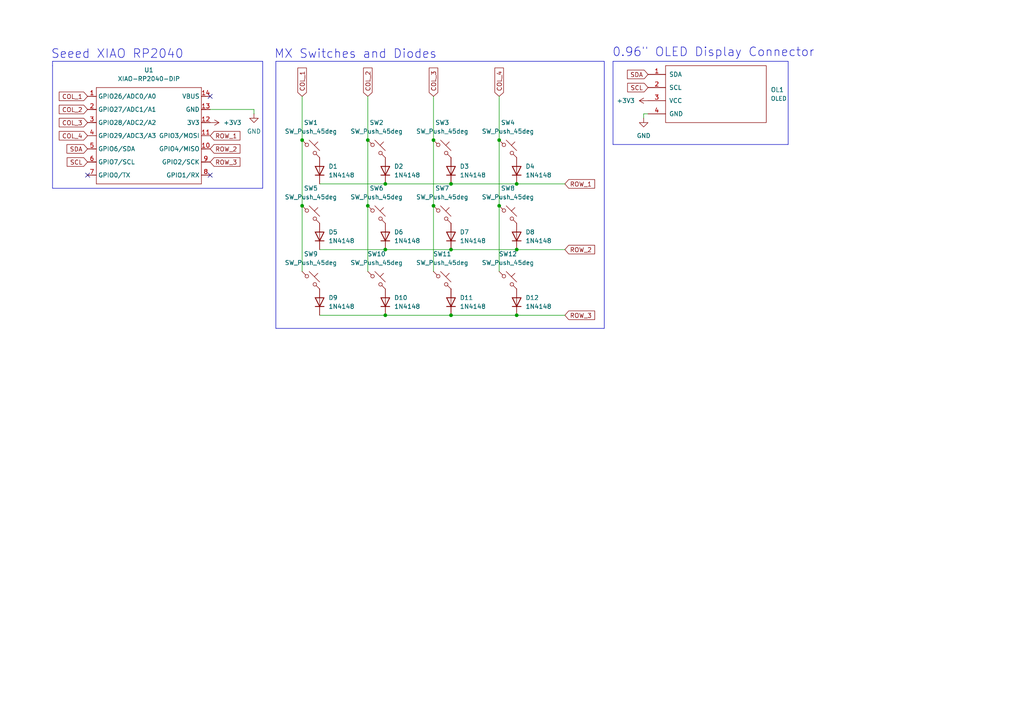
<source format=kicad_sch>
(kicad_sch (version 20231120) (generator "eeschema") (generator_version "8.0")
  (paper "A4")
  (title_block (title "Wirepad") (date "2025-02-02") (company "Mircea-Sebastian Turtureanu"))
  (lib_symbols
    (symbol "Diode:1N4148" (pin_numbers hide) (pin_names hide)
      (property "Reference" "D" (at 0 2.54 0))
      (property "Value" "1N4148" (at 0 -2.54 0))
      (symbol "1N4148_0_1"
        (polyline (pts (xy -1.27 1.27) (xy -1.27 -1.27)) (stroke (width 0.254)))
        (polyline (pts (xy 1.27 0) (xy -1.27 0)))
        (polyline (pts (xy 1.27 1.27) (xy 1.27 -1.27) (xy -1.27 0) (xy 1.27 1.27)) (stroke (width 0.254)))
      )
      (symbol "1N4148_1_1"
        (pin passive line (at -3.81 0 0) (length 2.54) (name "K") (number "1"))
        (pin passive line (at 3.81 0 180) (length 2.54) (name "A") (number "2"))
      )
    )
    (symbol "Seeed_Studio_XIAO_Series:XIAO-RP2040-DIP"
      (property "Reference" "U" (at 0 0 0))
      (property "Value" "XIAO-RP2040-DIP" (at 5.334 -1.778 0))
      (symbol "XIAO-RP2040-DIP_1_0"
        (polyline (pts (xy -1.27 -30.48) (xy -1.27 -16.51)) (stroke (width 0.1524)))
        (polyline (pts (xy -1.27 -27.94) (xy -2.54 -27.94)) (stroke (width 0.1524)))
        (polyline (pts (xy -1.27 -24.13) (xy -2.54 -24.13)) (stroke (width 0.1524)))
        (polyline (pts (xy -1.27 -20.32) (xy -2.54 -20.32)) (stroke (width 0.1524)))
        (polyline (pts (xy -1.27 -16.51) (xy -2.54 -16.51)) (stroke (width 0.1524)))
        (polyline (pts (xy -1.27 -16.51) (xy -1.27 -12.7)) (stroke (width 0.1524)))
        (polyline (pts (xy -1.27 -12.7) (xy -2.54 -12.7)) (stroke (width 0.1524)))
        (polyline (pts (xy -1.27 -12.7) (xy -1.27 -8.89)) (stroke (width 0.1524)))
        (polyline (pts (xy -1.27 -8.89) (xy -2.54 -8.89)) (stroke (width 0.1524)))
        (polyline (pts (xy -1.27 -8.89) (xy -1.27 -5.08)) (stroke (width 0.1524)))
        (polyline (pts (xy -1.27 -5.08) (xy -2.54 -5.08)) (stroke (width 0.1524)))
        (polyline (pts (xy -1.27 -5.08) (xy -1.27 -2.54)) (stroke (width 0.1524)))
        (polyline (pts (xy -1.27 -2.54) (xy 29.21 -2.54)) (stroke (width 0.1524)))
        (polyline (pts (xy 29.21 -30.48) (xy -1.27 -30.48)) (stroke (width 0.1524)))
        (polyline (pts (xy 29.21 -12.7) (xy 29.21 -30.48)) (stroke (width 0.1524)))
        (polyline (pts (xy 29.21 -8.89) (xy 29.21 -12.7)) (stroke (width 0.1524)))
        (polyline (pts (xy 29.21 -5.08) (xy 29.21 -8.89)) (stroke (width 0.1524)))
        (polyline (pts (xy 29.21 -2.54) (xy 29.21 -5.08)) (stroke (width 0.1524)))
        (polyline (pts (xy 30.48 -27.94) (xy 29.21 -27.94)) (stroke (width 0.1524)))
        (polyline (pts (xy 30.48 -24.13) (xy 29.21 -24.13)) (stroke (width 0.1524)))
        (polyline (pts (xy 30.48 -20.32) (xy 29.21 -20.32)) (stroke (width 0.1524)))
        (polyline (pts (xy 30.48 -16.51) (xy 29.21 -16.51)) (stroke (width 0.1524)))
        (polyline (pts (xy 30.48 -12.7) (xy 29.21 -12.7)) (stroke (width 0.1524)))
        (polyline (pts (xy 30.48 -8.89) (xy 29.21 -8.89)) (stroke (width 0.1524)))
        (polyline (pts (xy 30.48 -5.08) (xy 29.21 -5.08)) (stroke (width 0.1524)))
        (pin passive line (at -3.81 -5.08 0) (length 2.54) (name "GPIO26/ADC0/A0") (number "1"))
        (pin passive line (at 31.75 -20.32 180) (length 2.54) (name "GPIO4/MISO") (number "10"))
        (pin passive line (at 31.75 -16.51 180) (length 2.54) (name "GPIO3/MOSI") (number "11"))
        (pin passive line (at 31.75 -12.7 180) (length 2.54) (name "3V3") (number "12"))
        (pin passive line (at 31.75 -8.89 180) (length 2.54) (name "GND") (number "13"))
        (pin passive line (at 31.75 -5.08 180) (length 2.54) (name "VBUS") (number "14"))
        (pin passive line (at -3.81 -8.89 0) (length 2.54) (name "GPIO27/ADC1/A1") (number "2"))
        (pin passive line (at -3.81 -12.7 0) (length 2.54) (name "GPIO28/ADC2/A2") (number "3"))
        (pin passive line (at -3.81 -16.51 0) (length 2.54) (name "GPIO29/ADC3/A3") (number "4"))
        (pin passive line (at -3.81 -20.32 0) (length 2.54) (name "GPIO6/SDA") (number "5"))
        (pin passive line (at -3.81 -24.13 0) (length 2.54) (name "GPIO7/SCL") (number "6"))
        (pin passive line (at -3.81 -27.94 0) (length 2.54) (name "GPIO0/TX") (number "7"))
        (pin passive line (at 31.75 -27.94 180) (length 2.54) (name "GPIO1/RX") (number "8"))
        (pin passive line (at 31.75 -24.13 180) (length 2.54) (name "GPIO2/SCK") (number "9"))
      )
    )
    (symbol "Switch:SW_Push_45deg" (pin_numbers hide) (pin_names (offset 1.016) hide)
      (property "Reference" "SW" (at 3.048 1.016 0))
      (property "Value" "SW_Push_45deg" (at 0 -3.81 0))
      (symbol "SW_Push_45deg_0_1"
        (circle (center -1.1684 1.1684) (radius 0.508))
        (polyline (pts (xy -0.508 2.54) (xy 2.54 -0.508)))
        (polyline (pts (xy 1.016 1.016) (xy 2.032 2.032)))
        (polyline (pts (xy -2.54 2.54) (xy -1.524 1.524) (xy -1.524 1.524)))
        (polyline (pts (xy 1.524 -1.524) (xy 2.54 -2.54) (xy 2.54 -2.54) (xy 2.54 -2.54)))
        (circle (center 1.143 -1.1938) (radius 0.508))
        (pin passive line (at -2.54 2.54 0) (length 0) (name "1") (number "1"))
        (pin passive line (at 2.54 -2.54 180) (length 0) (name "2") (number "2"))
      )
    )
    (symbol "i2c_oled:OLED" (pin_names (offset 1.016))
      (property "Reference" "OL" (at 0 2.54 0))
      (property "Value" "OLED" (at 0 -1.27 0))
      (symbol "OLED_0_1"
        (rectangle (start -13.97 8.89) (end 15.24 -7.62))
      )
      (symbol "OLED_1_1"
        (pin bidirectional line (at -19.05 6.35 0) (length 5.08) (name "SDA") (number "1"))
        (pin bidirectional line (at -19.05 2.54 0) (length 5.08) (name "SCL") (number "2"))
        (pin power_in line (at -19.05 -1.27 0) (length 5.08) (name "VCC") (number "3"))
        (pin power_in line (at -19.05 -5.08 0) (length 5.08) (name "GND") (number "4"))
      )
    )
    (symbol "power:+3V3" (power) (pin_numbers hide) (pin_names (offset 0) hide)
      (property "Value" "+3V3" (at 0 3.556 0))
      (symbol "+3V3_0_1"
        (polyline (pts (xy -0.762 1.27) (xy 0 2.54)))
        (polyline (pts (xy 0 0) (xy 0 2.54)))
        (polyline (pts (xy 0 2.54) (xy 0.762 1.27)))
      )
      (symbol "+3V3_1_1"
        (pin power_in line (at 0 0 90) (length 0) (name "~") (number "1"))
      )
    )
    (symbol "power:GND" (power) (pin_numbers hide) (pin_names (offset 0) hide)
      (property "Value" "GND" (at 0 -3.81 0))
      (symbol "GND_0_1"
        (polyline (pts (xy 0 0) (xy 0 -1.27) (xy 1.27 -1.27) (xy 0 -2.54) (xy -1.27 -1.27) (xy 0 -1.27)))
      )
      (symbol "GND_1_1"
        (pin power_in line (at 0 0 270) (length 0) (name "~") (number "1"))
      )
    )
  )
  (junction (at 144.78 40.64))
  (junction (at 149.86 53.34))
  (junction (at 125.73 59.69))
  (junction (at 130.81 91.44))
  (junction (at 130.81 72.39))
  (junction (at 130.81 53.34))
  (junction (at 125.73 40.64))
  (junction (at 87.63 40.64))
  (junction (at 149.86 91.44))
  (junction (at 111.76 91.44))
  (junction (at 149.86 72.39))
  (junction (at 87.63 59.69))
  (junction (at 106.68 59.69))
  (junction (at 144.78 59.69))
  (junction (at 111.76 72.39))
  (junction (at 106.68 40.64))
  (junction (at 111.76 53.34))
  (no_connect (at 60.96 27.94))
  (no_connect (at 25.4 50.8))
  (no_connect (at 60.96 50.8))
  (wire (pts (xy 125.73 59.69) (xy 125.73 78.74)))
  (wire (pts (xy 130.81 91.44) (xy 149.86 91.44)))
  (wire (pts (xy 186.69 33.02) (xy 187.96 33.02)))
  (wire (pts (xy 111.76 91.44) (xy 130.81 91.44)))
  (polyline (pts (xy 228.6 17.78) (xy 228.6 41.91)))
  (wire (pts (xy 106.68 59.69) (xy 106.68 78.74)))
  (polyline (pts (xy 76.2 54.61) (xy 76.2 17.78)))
  (wire (pts (xy 92.71 91.44) (xy 111.76 91.44)))
  (wire (pts (xy 106.68 40.64) (xy 106.68 59.69)))
  (polyline (pts (xy 80.01 17.78) (xy 80.01 95.25)))
  (wire (pts (xy 87.63 59.69) (xy 87.63 78.74)))
  (wire (pts (xy 111.76 53.34) (xy 130.81 53.34)))
  (polyline (pts (xy 15.24 54.61) (xy 76.2 54.61)))
  (polyline (pts (xy 15.24 19.05) (xy 15.24 54.61)))
  (wire (pts (xy 73.66 33.02) (xy 73.66 31.75)))
  (wire (pts (xy 149.86 91.44) (xy 163.83 91.44)))
  (wire (pts (xy 92.71 72.39) (xy 111.76 72.39)))
  (polyline (pts (xy 175.26 95.25) (xy 80.01 95.25)))
  (wire (pts (xy 144.78 40.64) (xy 144.78 59.69)))
  (wire (pts (xy 106.68 27.94) (xy 106.68 40.64)))
  (wire (pts (xy 130.81 53.34) (xy 149.86 53.34)))
  (polyline (pts (xy 80.01 17.78) (xy 175.26 17.78)))
  (wire (pts (xy 149.86 53.34) (xy 163.83 53.34)))
  (wire (pts (xy 144.78 59.69) (xy 144.78 78.74)))
  (polyline (pts (xy 175.26 17.78) (xy 175.26 95.25)))
  (wire (pts (xy 125.73 40.64) (xy 125.73 59.69)))
  (polyline (pts (xy 177.8 17.78) (xy 228.6 17.78)))
  (polyline (pts (xy 15.24 17.78) (xy 15.24 19.05)))
  (wire (pts (xy 149.86 72.39) (xy 163.83 72.39)))
  (wire (pts (xy 125.73 27.94) (xy 125.73 40.64)))
  (wire (pts (xy 111.76 72.39) (xy 130.81 72.39)))
  (polyline (pts (xy 228.6 41.91) (xy 177.8 41.91)))
  (wire (pts (xy 144.78 27.94) (xy 144.78 40.64)))
  (wire (pts (xy 92.71 53.34) (xy 111.76 53.34)))
  (wire (pts (xy 87.63 40.64) (xy 87.63 59.69)))
  (polyline (pts (xy 76.2 17.78) (xy 15.24 17.78)))
  (wire (pts (xy 73.66 31.75) (xy 60.96 31.75)))
  (wire (pts (xy 130.81 72.39) (xy 149.86 72.39)))
  (polyline (pts (xy 177.8 17.78) (xy 177.8 41.91)))
  (wire (pts (xy 87.63 27.94) (xy 87.63 40.64)))
  (wire (pts (xy 186.69 33.02) (xy 186.69 34.29)))
  (text "MX Switches and Diodes" (at 103.124 15.748 0) (effects (font (size 2.54 2.54))))
  (text "0.96\" OLED Display Connector" (at 177.546 15.24 0) (effects (font (size 2.54 2.54)) (justify left)))
  (text "Seeed XIAO RP2040" (at 34.036 15.748 0) (effects (font (size 2.54 2.54))))
  (global_label "COL_2" (shape input) (at 106.68 27.94 90) (property "Intersheetrefs" "${INTERSHEET_REFS}" (effects (hide yes))))
  (global_label "SDA" (shape input) (at 25.4 43.18 180) (property "Intersheetrefs" "${INTERSHEET_REFS}" (effects (hide yes))))
  (global_label "ROW_3" (shape input) (at 60.96 46.99 0) (property "Intersheetrefs" "${INTERSHEET_REFS}" (effects (hide yes))))
  (global_label "ROW_2" (shape input) (at 60.96 43.18 0) (property "Intersheetrefs" "${INTERSHEET_REFS}" (effects (hide yes))))
  (global_label "COL_1" (shape input) (at 87.63 27.94 90) (property "Intersheetrefs" "${INTERSHEET_REFS}" (effects (hide yes))))
  (global_label "SCL" (shape input) (at 25.4 46.99 180) (property "Intersheetrefs" "${INTERSHEET_REFS}" (effects (hide yes))))
  (global_label "COL_2" (shape input) (at 25.4 31.75 180) (property "Intersheetrefs" "${INTERSHEET_REFS}" (effects (hide yes))))
  (global_label "COL_3" (shape input) (at 125.73 27.94 90) (property "Intersheetrefs" "${INTERSHEET_REFS}" (effects (hide yes))))
  (global_label "ROW_2" (shape input) (at 163.83 72.39 0) (property "Intersheetrefs" "${INTERSHEET_REFS}" (effects (hide yes))))
  (global_label "ROW_3" (shape input) (at 163.83 91.44 0) (property "Intersheetrefs" "${INTERSHEET_REFS}" (effects (hide yes))))
  (global_label "SCL" (shape input) (at 187.96 25.4 180) (property "Intersheetrefs" "${INTERSHEET_REFS}" (effects (hide yes))))
  (global_label "ROW_1" (shape input) (at 60.96 39.37 0) (property "Intersheetrefs" "${INTERSHEET_REFS}" (effects (hide yes))))
  (global_label "COL_4" (shape input) (at 25.4 39.37 180) (property "Intersheetrefs" "${INTERSHEET_REFS}" (effects (hide yes))))
  (global_label "COL_1" (shape input) (at 25.4 27.94 180) (property "Intersheetrefs" "${INTERSHEET_REFS}" (effects (hide yes))))
  (global_label "COL_3" (shape input) (at 25.4 35.56 180) (property "Intersheetrefs" "${INTERSHEET_REFS}" (effects (hide yes))))
  (global_label "ROW_1" (shape input) (at 163.83 53.34 0) (property "Intersheetrefs" "${INTERSHEET_REFS}" (effects (hide yes))))
  (global_label "SDA" (shape input) (at 187.96 21.59 180) (property "Intersheetrefs" "${INTERSHEET_REFS}" (effects (hide yes))))
  (global_label "COL_4" (shape input) (at 144.78 27.94 90) (property "Intersheetrefs" "${INTERSHEET_REFS}" (effects (hide yes))))
  (symbol (lib_id "power:+3V3") (at 187.96 29.21 90) (unit 1)
    (property "Reference" "#PWR02" (effects (hide yes)))
    (property "Value" "+3V3" (at 184.15 29.2099 90) (effects (justify left)))
    (property "Description" "Power symbol creates a global label with name \"+3V3\"" (effects (hide yes)))
  )
  (symbol (lib_id "Diode:1N4148") (at 92.71 87.63 90) (unit 1)
    (property "Reference" "D9" (at 95.25 86.3599 90) (effects (justify right)))
    (property "Value" "1N4148" (at 95.25 88.8999 90) (effects (justify right)))
    (property "Footprint" "Diode_THT:D_DO-35_SOD27_P7.62mm_Horizontal" (effects (hide yes)))
    (property "Datasheet" "https://assets.nexperia.com/documents/data-sheet/1N4148_1N4448.pdf" (effects (hide yes)))
    (property "Description" "100V 0.15A standard switching diode, DO-35" (effects (hide yes)))
    (property "Sim.Device" "D" (effects (hide yes)))
    (property "Sim.Pins" "1=K 2=A" (effects (hide yes)))
  )
  (symbol (lib_id "Diode:1N4148") (at 130.81 68.58 90) (unit 1)
    (property "Reference" "D7" (at 133.35 67.3099 90) (effects (justify right)))
    (property "Value" "1N4148" (at 133.35 69.8499 90) (effects (justify right)))
    (property "Footprint" "Diode_THT:D_DO-35_SOD27_P7.62mm_Horizontal" (effects (hide yes)))
    (property "Datasheet" "https://assets.nexperia.com/documents/data-sheet/1N4148_1N4448.pdf" (effects (hide yes)))
    (property "Description" "100V 0.15A standard switching diode, DO-35" (effects (hide yes)))
    (property "Sim.Device" "D" (effects (hide yes)))
    (property "Sim.Pins" "1=K 2=A" (effects (hide yes)))
  )
  (symbol (lib_id "Switch:SW_Push_45deg") (at 128.27 43.18 0) (unit 1)
    (property "Reference" "SW3" (at 128.27 35.56 0))
    (property "Value" "SW_Push_45deg" (at 128.27 38.1 0))
    (property "Footprint" "keyswitches:SW_MX" (effects (hide yes)))
    (property "Description" "Push button switch, normally open, two pins, 45° tilted" (effects (hide yes)))
  )
  (symbol (lib_id "Diode:1N4148") (at 149.86 68.58 90) (unit 1)
    (property "Reference" "D8" (at 152.4 67.3099 90) (effects (justify right)))
    (property "Value" "1N4148" (at 152.4 69.8499 90) (effects (justify right)))
    (property "Footprint" "Diode_THT:D_DO-35_SOD27_P7.62mm_Horizontal" (effects (hide yes)))
    (property "Datasheet" "https://assets.nexperia.com/documents/data-sheet/1N4148_1N4448.pdf" (effects (hide yes)))
    (property "Description" "100V 0.15A standard switching diode, DO-35" (effects (hide yes)))
    (property "Sim.Device" "D" (effects (hide yes)))
    (property "Sim.Pins" "1=K 2=A" (effects (hide yes)))
  )
  (symbol (lib_id "Switch:SW_Push_45deg") (at 128.27 62.23 0) (unit 1)
    (property "Reference" "SW7" (at 128.27 54.61 0))
    (property "Value" "SW_Push_45deg" (at 128.27 57.15 0))
    (property "Footprint" "keyswitches:SW_MX" (effects (hide yes)))
    (property "Description" "Push button switch, normally open, two pins, 45° tilted" (effects (hide yes)))
  )
  (symbol (lib_id "Seeed_Studio_XIAO_Series:XIAO-RP2040-DIP") (at 29.21 22.86 0) (unit 1)
    (property "Reference" "U1" (at 43.18 20.32 0))
    (property "Value" "XIAO-RP2040-DIP" (at 43.18 22.86 0))
    (property "Footprint" "Seeed Studio XIAO Series Library:XIAO-RP2040-DIP" (effects (hide yes)))
  )
  (symbol (lib_id "power:GND") (at 73.66 33.02 0) (unit 1)
    (property "Reference" "#PWR01" (effects (hide yes)))
    (property "Value" "GND" (at 73.66 38.1 0))
    (property "Description" "Power symbol creates a global label with name \"GND\" , ground" (effects (hide yes)))
  )
  (symbol (lib_id "Switch:SW_Push_45deg") (at 90.17 62.23 0) (unit 1)
    (property "Reference" "SW5" (at 90.17 54.61 0))
    (property "Value" "SW_Push_45deg" (at 90.17 57.15 0))
    (property "Footprint" "keyswitches:SW_MX" (effects (hide yes)))
    (property "Description" "Push button switch, normally open, two pins, 45° tilted" (effects (hide yes)))
  )
  (symbol (lib_id "Diode:1N4148") (at 111.76 87.63 90) (unit 1)
    (property "Reference" "D10" (at 114.3 86.3599 90) (effects (justify right)))
    (property "Value" "1N4148" (at 114.3 88.8999 90) (effects (justify right)))
    (property "Footprint" "Diode_THT:D_DO-35_SOD27_P7.62mm_Horizontal" (effects (hide yes)))
    (property "Datasheet" "https://assets.nexperia.com/documents/data-sheet/1N4148_1N4448.pdf" (effects (hide yes)))
    (property "Description" "100V 0.15A standard switching diode, DO-35" (effects (hide yes)))
    (property "Sim.Device" "D" (effects (hide yes)))
    (property "Sim.Pins" "1=K 2=A" (effects (hide yes)))
  )
  (symbol (lib_id "Diode:1N4148") (at 92.71 68.58 90) (unit 1)
    (property "Reference" "D5" (at 95.25 67.3099 90) (effects (justify right)))
    (property "Value" "1N4148" (at 95.25 69.8499 90) (effects (justify right)))
    (property "Footprint" "Diode_THT:D_DO-35_SOD27_P7.62mm_Horizontal" (effects (hide yes)))
    (property "Datasheet" "https://assets.nexperia.com/documents/data-sheet/1N4148_1N4448.pdf" (effects (hide yes)))
    (property "Description" "100V 0.15A standard switching diode, DO-35" (effects (hide yes)))
    (property "Sim.Device" "D" (effects (hide yes)))
    (property "Sim.Pins" "1=K 2=A" (effects (hide yes)))
  )
  (symbol (lib_id "Diode:1N4148") (at 92.71 49.53 90) (unit 1)
    (property "Reference" "D1" (at 95.25 48.2599 90) (effects (justify right)))
    (property "Value" "1N4148" (at 95.25 50.7999 90) (effects (justify right)))
    (property "Footprint" "Diode_THT:D_DO-35_SOD27_P7.62mm_Horizontal" (effects (hide yes)))
    (property "Datasheet" "https://assets.nexperia.com/documents/data-sheet/1N4148_1N4448.pdf" (effects (hide yes)))
    (property "Description" "100V 0.15A standard switching diode, DO-35" (effects (hide yes)))
    (property "Sim.Device" "D" (effects (hide yes)))
    (property "Sim.Pins" "1=K 2=A" (effects (hide yes)))
  )
  (symbol (lib_id "Diode:1N4148") (at 149.86 87.63 90) (unit 1)
    (property "Reference" "D12" (at 152.4 86.3599 90) (effects (justify right)))
    (property "Value" "1N4148" (at 152.4 88.8999 90) (effects (justify right)))
    (property "Footprint" "Diode_THT:D_DO-35_SOD27_P7.62mm_Horizontal" (effects (hide yes)))
    (property "Datasheet" "https://assets.nexperia.com/documents/data-sheet/1N4148_1N4448.pdf" (effects (hide yes)))
    (property "Description" "100V 0.15A standard switching diode, DO-35" (effects (hide yes)))
    (property "Sim.Device" "D" (effects (hide yes)))
    (property "Sim.Pins" "1=K 2=A" (effects (hide yes)))
  )
  (symbol (lib_id "Switch:SW_Push_45deg") (at 109.22 62.23 0) (unit 1)
    (property "Reference" "SW6" (at 109.22 54.61 0))
    (property "Value" "SW_Push_45deg" (at 109.22 57.15 0))
    (property "Footprint" "keyswitches:SW_MX" (effects (hide yes)))
    (property "Description" "Push button switch, normally open, two pins, 45° tilted" (effects (hide yes)))
  )
  (symbol (lib_id "Switch:SW_Push_45deg") (at 109.22 43.18 0) (unit 1)
    (property "Reference" "SW2" (at 109.22 35.56 0))
    (property "Value" "SW_Push_45deg" (at 109.22 38.1 0))
    (property "Footprint" "keyswitches:SW_MX" (effects (hide yes)))
    (property "Description" "Push button switch, normally open, two pins, 45° tilted" (effects (hide yes)))
  )
  (symbol (lib_id "Diode:1N4148") (at 130.81 87.63 90) (unit 1)
    (property "Reference" "D11" (at 133.35 86.3599 90) (effects (justify right)))
    (property "Value" "1N4148" (at 133.35 88.8999 90) (effects (justify right)))
    (property "Footprint" "Diode_THT:D_DO-35_SOD27_P7.62mm_Horizontal" (effects (hide yes)))
    (property "Datasheet" "https://assets.nexperia.com/documents/data-sheet/1N4148_1N4448.pdf" (effects (hide yes)))
    (property "Description" "100V 0.15A standard switching diode, DO-35" (effects (hide yes)))
    (property "Sim.Device" "D" (effects (hide yes)))
    (property "Sim.Pins" "1=K 2=A" (effects (hide yes)))
  )
  (symbol (lib_id "Switch:SW_Push_45deg") (at 147.32 62.23 0) (unit 1)
    (property "Reference" "SW8" (at 147.32 54.61 0))
    (property "Value" "SW_Push_45deg" (at 147.32 57.15 0))
    (property "Footprint" "keyswitches:SW_MX" (effects (hide yes)))
    (property "Description" "Push button switch, normally open, two pins, 45° tilted" (effects (hide yes)))
  )
  (symbol (lib_id "Switch:SW_Push_45deg") (at 147.32 43.18 0) (unit 1)
    (property "Reference" "SW4" (at 147.32 35.56 0))
    (property "Value" "SW_Push_45deg" (at 147.32 38.1 0))
    (property "Footprint" "keyswitches:SW_MX" (effects (hide yes)))
    (property "Description" "Push button switch, normally open, two pins, 45° tilted" (effects (hide yes)))
  )
  (symbol (lib_id "power:GND") (at 186.69 34.29 0) (unit 1)
    (property "Reference" "#PWR04" (effects (hide yes)))
    (property "Value" "GND" (at 186.69 39.37 0))
    (property "Description" "Power symbol creates a global label with name \"GND\" , ground" (effects (hide yes)))
  )
  (symbol (lib_id "Switch:SW_Push_45deg") (at 90.17 43.18 0) (unit 1)
    (property "Reference" "SW1" (at 90.17 35.56 0))
    (property "Value" "SW_Push_45deg" (at 90.17 38.1 0))
    (property "Footprint" "keyswitches:SW_MX" (effects (hide yes)))
    (property "Description" "Push button switch, normally open, two pins, 45° tilted" (effects (hide yes)))
  )
  (symbol (lib_id "Switch:SW_Push_45deg") (at 90.17 81.28 0) (unit 1)
    (property "Reference" "SW9" (at 90.17 73.66 0))
    (property "Value" "SW_Push_45deg" (at 90.17 76.2 0))
    (property "Footprint" "keyswitches:SW_MX" (effects (hide yes)))
    (property "Description" "Push button switch, normally open, two pins, 45° tilted" (effects (hide yes)))
  )
  (symbol (lib_id "Diode:1N4148") (at 111.76 68.58 90) (unit 1)
    (property "Reference" "D6" (at 114.3 67.3099 90) (effects (justify right)))
    (property "Value" "1N4148" (at 114.3 69.8499 90) (effects (justify right)))
    (property "Footprint" "Diode_THT:D_DO-35_SOD27_P7.62mm_Horizontal" (effects (hide yes)))
    (property "Datasheet" "https://assets.nexperia.com/documents/data-sheet/1N4148_1N4448.pdf" (effects (hide yes)))
    (property "Description" "100V 0.15A standard switching diode, DO-35" (effects (hide yes)))
    (property "Sim.Device" "D" (effects (hide yes)))
    (property "Sim.Pins" "1=K 2=A" (effects (hide yes)))
  )
  (symbol (lib_id "power:+3V3") (at 60.96 35.56 270) (unit 1)
    (property "Reference" "#PWR03" (effects (hide yes)))
    (property "Value" "+3V3" (at 64.77 35.5599 90) (effects (justify left)))
    (property "Description" "Power symbol creates a global label with name \"+3V3\"" (effects (hide yes)))
  )
  (symbol (lib_id "Switch:SW_Push_45deg") (at 109.22 81.28 0) (unit 1)
    (property "Reference" "SW10" (at 109.22 73.66 0))
    (property "Value" "SW_Push_45deg" (at 109.22 76.2 0))
    (property "Footprint" "keyswitches:SW_MX" (effects (hide yes)))
    (property "Description" "Push button switch, normally open, two pins, 45° tilted" (effects (hide yes)))
  )
  (symbol (lib_id "Diode:1N4148") (at 149.86 49.53 90) (unit 1)
    (property "Reference" "D4" (at 152.4 48.2599 90) (effects (justify right)))
    (property "Value" "1N4148" (at 152.4 50.7999 90) (effects (justify right)))
    (property "Footprint" "Diode_THT:D_DO-35_SOD27_P7.62mm_Horizontal" (effects (hide yes)))
    (property "Datasheet" "https://assets.nexperia.com/documents/data-sheet/1N4148_1N4448.pdf" (effects (hide yes)))
    (property "Description" "100V 0.15A standard switching diode, DO-35" (effects (hide yes)))
    (property "Sim.Device" "D" (effects (hide yes)))
    (property "Sim.Pins" "1=K 2=A" (effects (hide yes)))
  )
  (symbol (lib_id "Diode:1N4148") (at 130.81 49.53 90) (unit 1)
    (property "Reference" "D3" (at 133.35 48.2599 90) (effects (justify right)))
    (property "Value" "1N4148" (at 133.35 50.7999 90) (effects (justify right)))
    (property "Footprint" "Diode_THT:D_DO-35_SOD27_P7.62mm_Horizontal" (effects (hide yes)))
    (property "Datasheet" "https://assets.nexperia.com/documents/data-sheet/1N4148_1N4448.pdf" (effects (hide yes)))
    (property "Description" "100V 0.15A standard switching diode, DO-35" (effects (hide yes)))
    (property "Sim.Device" "D" (effects (hide yes)))
    (property "Sim.Pins" "1=K 2=A" (effects (hide yes)))
  )
  (symbol (lib_id "Switch:SW_Push_45deg") (at 147.32 81.28 0) (unit 1)
    (property "Reference" "SW12" (at 147.32 73.66 0))
    (property "Value" "SW_Push_45deg" (at 147.32 76.2 0))
    (property "Footprint" "keyswitches:SW_MX" (effects (hide yes)))
    (property "Description" "Push button switch, normally open, two pins, 45° tilted" (effects (hide yes)))
  )
  (symbol (lib_id "Diode:1N4148") (at 111.76 49.53 90) (unit 1)
    (property "Reference" "D2" (at 114.3 48.2599 90) (effects (justify right)))
    (property "Value" "1N4148" (at 114.3 50.7999 90) (effects (justify right)))
    (property "Footprint" "Diode_THT:D_DO-35_SOD27_P7.62mm_Horizontal" (effects (hide yes)))
    (property "Datasheet" "https://assets.nexperia.com/documents/data-sheet/1N4148_1N4448.pdf" (effects (hide yes)))
    (property "Description" "100V 0.15A standard switching diode, DO-35" (effects (hide yes)))
    (property "Sim.Device" "D" (effects (hide yes)))
    (property "Sim.Pins" "1=K 2=A" (effects (hide yes)))
  )
  (symbol (lib_id "Switch:SW_Push_45deg") (at 128.27 81.28 0) (unit 1)
    (property "Reference" "SW11" (at 128.27 73.66 0))
    (property "Value" "SW_Push_45deg" (at 128.27 76.2 0))
    (property "Footprint" "keyswitches:SW_MX" (effects (hide yes)))
    (property "Description" "Push button switch, normally open, two pins, 45° tilted" (effects (hide yes)))
  )
  (symbol (lib_id "i2c_oled:OLED") (at 207.01 27.94 0) (unit 1)
    (property "Reference" "OL1" (at 223.52 26.035 0) (effects (font (size 1.2954 1.2954)) (justify left)))
    (property "Value" "OLED" (at 223.52 28.575 0) (effects (font (size 1.1938 1.1938)) (justify left)))
    (property "Footprint" "footprints:module_dm-oled096-636" (effects (hide yes)))
  )
)
</source>
